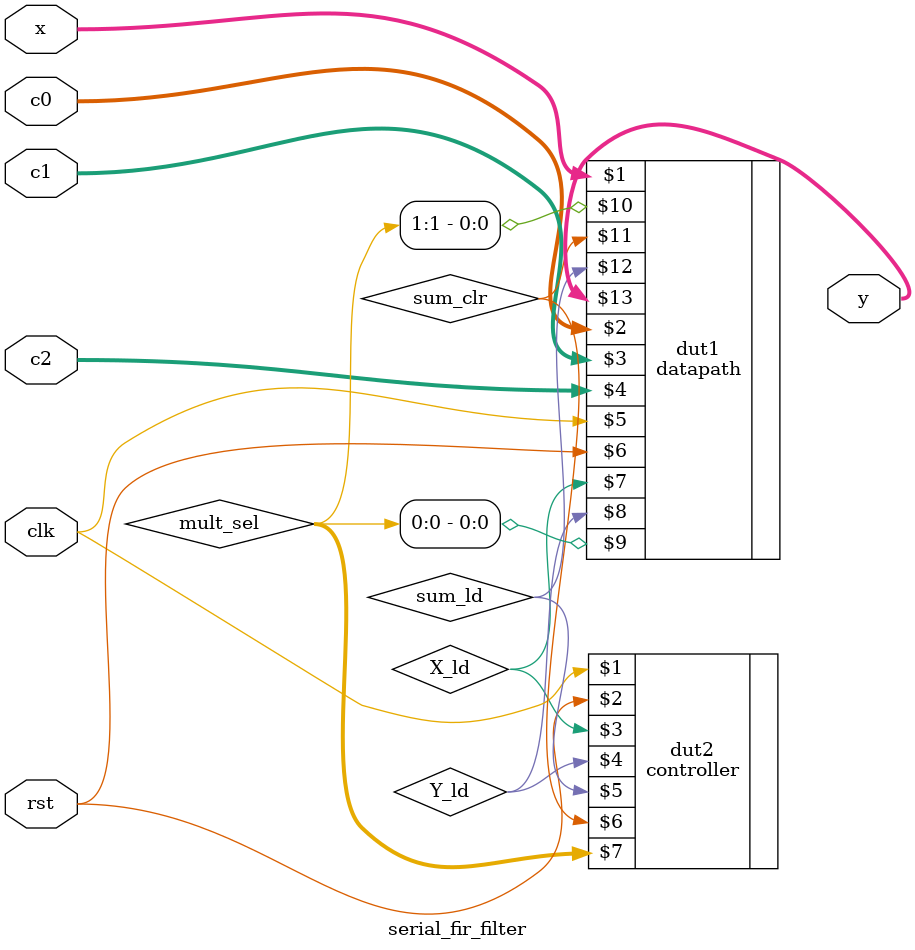
<source format=v>
module serial_fir_filter(
		input clk,rst,
		input [11:0] c0,c1,c2,x,
		output [24:0] y
);
      //mult_s0,mult_s1,
		wire X_ld,Y_ld,sum_ld,sum_clr;
		wire [1:0] mult_sel;
		datapath dut1 (x,c0,c1,c2,clk,rst,X_ld,Y_ld,mult_sel[0],mult_sel[1],sum_clr,sum_ld,y);
		controller dut2 (clk,rst,X_ld,Y_ld,sum_ld,sum_clr,mult_sel);
endmodule
</source>
